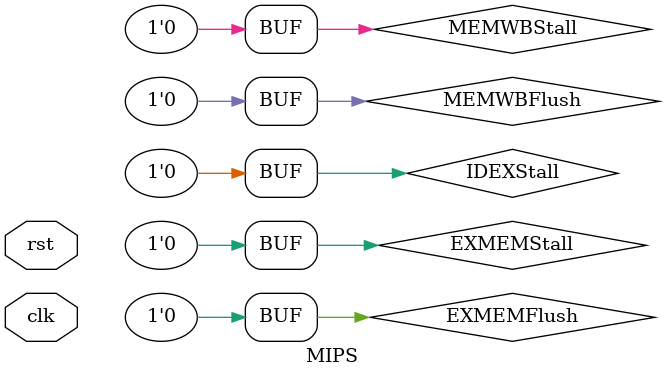
<source format=v>
`include "alu.v"
`include "ctrl_encode_def.v"
`include "EXT.v"
`include "mux.v"
`include "PC.v"
`include "RF.v"
`include "IM.v"
`include "DM.v"
`include "Control.v"
`include "Adder_PCPlus4.v"
`include "Branch_Jump_Detect.v"
`include "BranchAdd.v"
`include "EXMEMReg.v"
`include "ForwardUnit.v"
`include "Hazard_Detect.v"
`include "IDEXReg.v"
`include "IFIDReg.v"
`include "JumpAddress.v"
`include "MEMWBReg.v"

module MIPS(clk,rst);
    input clk;
    input rst;
    
//-------------------------IF Stage-----------------------------
    //MUX_NPC
    wire [31:0] PCPlus4;
    wire [31:0] JumpPC;
    wire [31:0] IDEXPCPlus4; //预测错误，需要branch下一条指令
    wire [1:0] PCSrc1;//通过Hazard Detect判定PC源
    wire [31:0] NPC_First;
    mux4 MUX_NPC1(.d0(PCPlus4),.d1(JumpPC),.d2(IDEXPCPlus4),.s(PCSrc1),.y(NPC_First));
    
    //MUX_NPC2
    wire [31:0] BranchPC;
    wire [31:0] NPC;
    wire PCSrc2;//通过Control判断源
    mux2 MUX_NPC2(.d0(NPC_First),.d1(BranchPC),.s(PCSrc2),.y(NPC));

    //PC module
    wire [31:0] PC_o;
    wire PCWrite;
    PC my_PC(.clk(clk),.rst(rst),.NPC(NPC),.PC(PC_o),.PC_Write_Final(PCWrite));

    //IM module
    wire [31:0] Instruction;
    IM my_IM(.PC(PC_o),.Instruction(Instruction));

   //PCAdder4
   Adder_PCPlus4 PCAdder4(.PC_o(PC_o),.PCPlus4(PCPlus4));

   //IFIDReg
   wire IFIDStall;
   wire IFIDFlush;
   wire [31:0] IFIDInstruction;
   wire [31:0] IFIDPCPlus4;
   IFIDReg IFIDReg(.clk(clk),.rst(rst),.IFIDStall(IFIDStall),.IFIDFlush(IFIDFlush),.PCPlus4_i(PCPlus4),.Instruction_i(Instruction),.PCPlus4_o(IFIDPCPlus4),.IFIDInstruction(IFIDInstruction));


//-------------------------ID Stage-----------------------------
    //RF
    wire [4:0] MEMWBRegRd; //从MEM/WB中返回
    wire [31:0]WriteDataFinal; //从MEM/WB中返回，ALUResult或者Load
    wire [31:0] ReadData1;
    wire [31:0] ReadData2;
    wire MEMWBRegWrite;//从MEM/WB中返回
     RF my_RF(.clk(clk),.rst(rst),
    .RFWr(MEMWBRegWrite),
    .A1(IFIDInstruction[25:21]),
    .A2(IFIDInstruction[20:16]),
    .A3(MEMWBRegRd),
    .WD(WriteDataFinal),.RD1(ReadData1),.RD2(ReadData2));

    //MUX_RegDst;
    wire [1:0] RegDst;//Control
    wire [4:0] RegDstIn;
    mux4_5 MUX_RegDst(.d0(IFIDInstruction[20:16]),.d1(IFIDInstruction[15:11]),.d2(5'b11111),.s(RegDst),.y(RegDstIn));

    //SignExt
    wire [31:0] SignEXTOffset;
    EXT16 EXTOffset(.Imm16(IFIDInstruction[15:0]),.EXTOp(1'b1),.Imm32(SignEXTOffset));

    //BranchAdd
    BranchAdd BranchAdd(.PCPlus4(IFIDPCPlus4),.SignEXTOffset(SignEXTOffset),.BranchPC(BranchPC));

    //Control
    wire MemR;
    wire [1:0] MemtoReg;
    wire [4:0] ALUOp;
    wire MemWr;
    wire [1:0] Sig_ALUSrcA;
    wire [1:0] Sig_ALUSrcB;
    wire [1:0] MemWrBits;
    wire [2:0] MemRBits;
    wire [1:0] NPCType;//传给EX中的Branch判断单元来进行判定。
    wire JumpSrc;//用于JumpAddress中选择相应的JumpPC
    wire RegWrite;
    Control Control(.clk(clk),.rst(rst),.Op(IFIDInstruction[31:26])
    ,.Funct(IFIDInstruction[5:0]),.Rs(IFIDInstruction[25:21]),.Rt(IFIDInstruction[20:16]),
    .PCSrc(PCSrc2),.NPCType(NPCType),.JumpSrc(JumpSrc),
    .RegDst(RegDst),.MemRead(MemR),.MemtoReg(MemtoReg),.ALUOp(ALUOp),
    .MemWrite(MemWr),.ALUSrc_A(Sig_ALUSrcA),.ALUSrc_B(Sig_ALUSrcB),
    .RegWrite(RegWrite),.MemWrBits(MemWrBits),.MemRBits(MemRBits));


    //Hazard Detect
    wire [1:0] NextType;//从BranchJump检测unit中检测
    wire [31:0] IDEXIntruction;
    Hazard_Detect Hazard_Detect(.Nexttype(NextType),.IDEXMEMRead(MemR),.IDEXRt(IDEXIntruction[20:16])
    ,.IFIDRs(IFIDInstruction[25:21]),.IFIDRt(IFIDInstruction[20:16]),.IFIDStall(IFIDStall),.IFIDFlush(IFIDFlush)
    ,.PCSrc(PCSrc1),.PCWrite(PCWrite),.IDEXFlush(IDEXFlush));

    //IDEXReg
    wire IDEXStall;
    assign IDEXStall = 1'b0;
    wire [31:0] IDEXRD1;
    wire [31:0] IDEXRD2;
    wire [1:0] IDEXALUSrc_A ;
    wire [1:0] IDEXALUSrc_B;
    wire [31:0] IDEXSignEXT;  
    wire [1:0] IDEXNPCType ;
    wire IDEXMemWrite ;
    wire [1:0] IDEXMemWrBits; 
    wire [1:0] IDEXMemtoReg ;
    wire IDEXMemRead ;
    wire [2:0] IDEXMemRBits; 
    wire IDEXJumpSrc ;
    wire [31:0] IDEXInstruction; 
    wire [4:0] IDEXALUOp ;
    wire [4:0] IDEXRegRd ;
    wire IDEXRegWrite; //传到WB后再传回来
    IDEXReg IDEXReg(.clk(clk),.rst(rst),.IDEXStall(IDEXStall),.IDEXFlush(IDEXFlush),.RD1_i(ReadData1),.IDEXRD1(IDEXRD1),.RD2_i(ReadData2),.IDEXRD2(IDEXRD2)
    ,.PCPlus4_i(IFIDPCPlus4),.IDEXPCPlus4(IDEXPCPlus4),.SignEXT_i(SignEXTOffset),.IDEXSignEXT(IDEXSignEXT),.Instruction(IFIDInstruction),.IDEXInstruction(IDEXInstruction)
    ,.WriteBackDst(RegDstIn),.IDEXRegRd(IDEXRegRd),.RegWrite(RegWrite),.IDEXRegWrite(IDEXRegWrite)
    ,.ALUOp(ALUOp),.IDEXALUOp(IDEXALUOp),.MemRead(MemRead),.IDEXMemRead(IDEXMemRead),.MemWrite(MemWrite),.IDEXMemWrite(IDEXMemWrite),.NPCType(NPCType),.IDEXNPCType(IDEXNPCType)
    ,.MemRBits(MemRBits),.IDEXMemRBits(IDEXMemRBits),.MemWrBits(MemWrBits),.IDEXMemWrBits(IDEXMemWrBits),.MemtoReg(MemtoReg),.IDEXMemtoReg(IDEXMemtoReg),.ALUSrc_A(Sig_ALUSrcA),.IDEXALUSrc_A(IDEXALUSrc_A),.ALUSrc_B(Sig_ALUSrcB),.IDEXALUSrc_B(IDEXALUSrc_B)
    ,.JumpSrc(JumpSrc),.IDEXJumpSrc(IDEXJumpSrc));


//------------------------EX Stage--------------------------
    //MUX_ForwardA
    wire [1:0] ForwardA;
    wire  [31:0] ALUSrcA_First;
    wire [31:0] EXMEMALUResult;
    mux4 MUX_ForwardA(.d0(IDEXRD1),.d1(WriteDataFinal),.d2(EXMEMALUResult),.s(ForwardA),.y(ALUSrcA_First));

    //MUX_ALUSrcA
    wire [31:0] ALUSrcAData;
    mux4 MUX_ALUSrcA(.d0(ALUSrcA_First),.d1({27'b0,IDEXInstruction[10:6]}),.s(IDEXALUSrc_A),.y(ALUSrcAData));

    //JumpAddress unit
    //ALUSrcA_First为Forward后的结果，可以解决jalr，jr中使用rs的数据冒险问题
   JumpAddress JumpAddress(.IDEXPCPlus4(IDEXPCPlus4),.IDEXInstruction(IDEXInstruction),.GPR_RS(ALUSrcA_First),.IDEXJumpSrc(IDEXJumpSrc),.JumpPC(JumpPC));

    //MUX_ForwardB
    wire [1:0] ForwardB;
    wire [31:0] ALUSrcB_First;
    mux4 MUX_ForwardB(.d0(IDEXRD2),.d1(WriteDataFinal),.d2(EXMEMALUResult),.s(ForwardB),.y(ALUSrcB_First));

    //MUX_ALUSrcB
    wire [31:0] ALUSrcBData;
    mux4 MUX_ALUSrcB(.d0(ALUSrcB_First),.d1(IDEXSignEXT),.s(IDEXALUSrc_B),.y(ALUSrcBData));

    //ALU
    wire Zero;
    wire [31:0] ALUResult;
    alu ALU(.A(ALUSrcAData),.B(ALUSrcBData),.ALUOp(IDEXALUOp),.C(ALUResult),.Zero(Zero));

    //Branch_Jump_Detect
    //NextType在HazardDetect中最后生成所需要的PCSrc1信号用作选择
    Branch_Jump_Detect Branch_Jump_Detect(.NPCType(IDEXNPCType),.Zero(Zero),.NextType(NextType));

    //ForwardUnit
    wire EXMEMRegWrite;
    wire [4:0] EXMEMRegRd;
    ForwardUnit ForwardUnit(.EXMEMRegWrite(EXMEMRegWrite),.EXMEMRegRd(EXMEMRegRd),.IDEXRegRs(IDEXInstruction[25:21])
    ,.IDEXRegRt(IDEXInstruction[20:16]),.MEMWBRegWrite(MEMWBRegWrite),.MEMWBRegRd(MEMWBRegRd)
    ,.ForwardA(ForwardA),.ForwardB(ForwardB));

    //EXMEMReg
    wire EXMEMStall;
    assign EXMEMStall = 1'b0;
    wire EXMEMFlush;
    assign EXMEMFlush = 1'b0;
    wire [31:0] EXMEMInstruction;
    wire [31:0] EXMEMPCPlus4;
    wire [31:0] EXMEMMemWriteData;
    wire EXMEMMemWrite;
    wire [1:0] EXMEMMemWrBits;
    wire EXMEMMemRead;
    wire [2:0] EXMEMMemRBits;
    wire [1:0] EXMEMMemtoReg;
    EXMEMReg EXMEMReg(
     .clk(clk),
     .rst(rst),
     .EXMEMStall(EXMEMStall),
     .EXMEMFlush(EXMEMFlush),
     .IDEXInstruction(IDEXInstruction),
     .EXMEMInstruction(EXMEMInstruction),
     .IDEXPCPlus4(IDEXPCPlus4),
     .EXMEMPCPlus4(EXMEMPCPlus4),
     .IDEXMemWriteData(ALUSrcB_First), //store value
     .EXMEMMemWriteData(EXMEMMemWriteData),
     .ALUResult(ALUResult),
     .EXMEMALUResult(EXMEMALUResult),
     .IDEXRegRd(IDEXRegRd),
     .EXMEMRegRd(EXMEMRegRd),
     .IDEXRegWrite(IDEXRegWrite),
     .EXMEMRegWrite(EXMEMRegWrite),
     .IDEXMemWrite(IDEXMemWrite),
     .EXMEMMemWrite(EXMEMMemWrite),
     .IDEXMemWrBits(IDEXMemWrBits),
     .EXMEMMemWrBits(EXMEMMemWrBits),
     .IDEXMemRead(IDEXMemRead),
     .EXMEMMemRead(EXMEMMemRead),
     .IDEXMemRBits(IDEXMemRBits),
     .EXMEMMemRBits(EXMEMMemRBits),
     .IDEXMemtoReg(IDEXMemtoReg),
     .EXMEMMemtoReg(EXMEMMemtoReg)
    );

    //-------------------MEM Stage-------------------------------

    //DataMemory
    wire [31:0] EXMEMMemReadData;
    DM DM(.clk(clk),.MemR(EXMEMMemRead),.MemWr(EXMEMMemWrite),.MemWrBits(EXMEMMemWrBits),.MemRBits(EXMEMMemRBits)
    ,.addr(EXMEMALUResult),.data(EXMEMMemWriteData),.ReadData(EXMEMMemReadData));

    //MEMWBReg
    wire MEMWBStall;
    assign MEMWBStall = 1'b0;
    wire MEMWBFlush;
    assign MEMWBFlush = 1'b0;
    wire [31:0] MEMWBInstruction;
    wire [31:0] MEMWBPCPlus4;
    wire [31:0] MEMWBALUResult;
    wire [31:0] MEMWBMemoryData;
    wire [1:0] MEMWBMemtoReg;
    MEMWBReg MEMWBReg(.clk(clk),.rst(rst),.MEMWBStall(MEMWBStall),.MEMWBFlush(MEMWBFlush),.EXMEMInstruction(EXMEMInstruction)
    ,.MEMWBInstruction(MEMWBInstruction),.EXMEMPCPlus4(EXMEMPCPlus4),.MEMWBPCPlus4(MEMWBPCPlus4),.EXMEMALUResult(EXMEMALUResult)
    ,.MEMWBALUResult(MEMWBALUResult),.MemoryData(EXMEMMemReadData),.MEMWBMemoryData(MEMWBMemoryData),.EXMEMRegRd(EXMEMRegRd)
    ,.MEMWBRegRd(MEMWBRegRd),.EXMEMRegWrite(EXMEMRegWrite),.MEMWBRegWrite(MEMWBRegWrite),.EXMEMMemtoReg(EXMEMMemtoReg),.MEMWBMemtoReg(MEMWBMemtoReg));

    //--------------------------WB Stage---------------------------------

    //MemtoReg MUX
    mux4 MUX_MemtoReg(.d0(MEMWBALUResult),.d1(MEMWBMemoryData),.d2(MEMWBPCPlus4),.s(MEMWBMemtoReg),.y(WriteDataFinal));



endmodule

    
</source>
